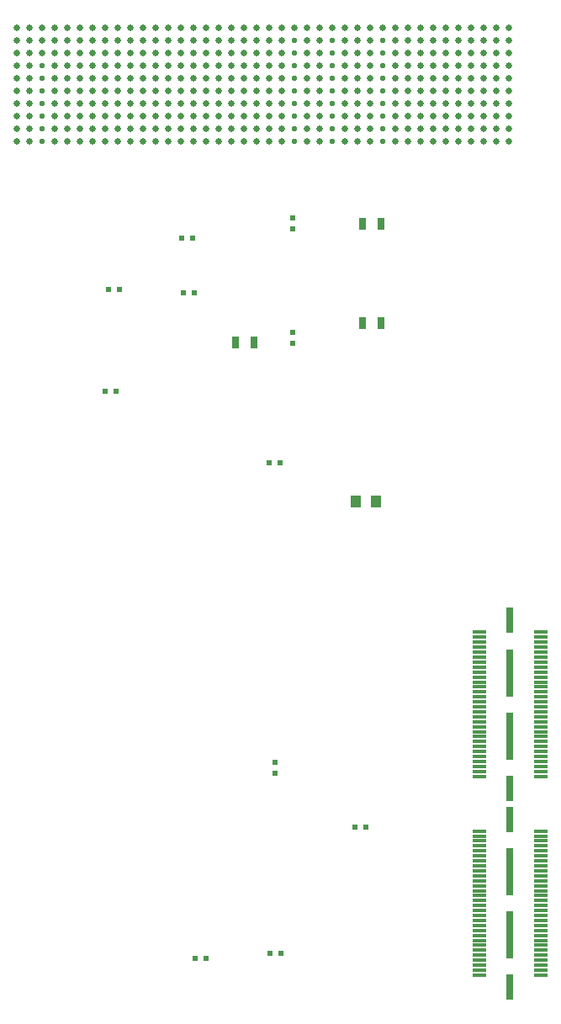
<source format=gbp>
%TF.GenerationSoftware,KiCad,Pcbnew,4.0.6*%
%TF.CreationDate,2017-07-29T17:48:31+03:00*%
%TF.ProjectId,FMC_MIPI_v1,464D435F4D4950495F76312E6B696361,rev?*%
%TF.FileFunction,Paste,Bot*%
%FSLAX46Y46*%
G04 Gerber Fmt 4.6, Leading zero omitted, Abs format (unit mm)*
G04 Created by KiCad (PCBNEW 4.0.6) date 07/29/17 17:48:31*
%MOMM*%
%LPD*%
G01*
G04 APERTURE LIST*
%ADD10C,0.100000*%
%ADD11R,1.447800X0.299720*%
%ADD12R,0.637540X2.540000*%
%ADD13R,0.637540X4.699000*%
%ADD14R,0.700000X1.300000*%
%ADD15R,0.500000X0.600000*%
%ADD16R,0.600000X0.500000*%
%ADD17R,1.000000X1.250000*%
%ADD18C,0.635000*%
%ADD19C,0.558800*%
G04 APERTURE END LIST*
D10*
D11*
X146825000Y-95126720D03*
X153002280Y-95126720D03*
X146825000Y-95627100D03*
X153002280Y-95627100D03*
X146825000Y-96127480D03*
X153002280Y-96127480D03*
X146825000Y-96627860D03*
X153002280Y-96627860D03*
X146825000Y-97128240D03*
X153002280Y-97128240D03*
X146825000Y-97626080D03*
X153002280Y-97626080D03*
X146825000Y-98126460D03*
X153002280Y-98126460D03*
X146825000Y-98626840D03*
X153002280Y-98626840D03*
X146825000Y-99127220D03*
X153002280Y-99127220D03*
X146825000Y-99627600D03*
X153002280Y-99627600D03*
X146825000Y-100127980D03*
X153002280Y-100127980D03*
X146825000Y-100628360D03*
X153002280Y-100628360D03*
X146825000Y-101126200D03*
X153002280Y-101126200D03*
X146825000Y-101626580D03*
X153002280Y-101626580D03*
X146825000Y-102126960D03*
X153002280Y-102126960D03*
X146825000Y-102627340D03*
X153002280Y-102627340D03*
X146825000Y-103127720D03*
X153002280Y-103127720D03*
X146825000Y-103628100D03*
X153002280Y-103628100D03*
X146825000Y-104125940D03*
X153002280Y-104125940D03*
X146825000Y-104626320D03*
X153002280Y-104626320D03*
X146825000Y-105126700D03*
X153002280Y-105126700D03*
X146825000Y-105627080D03*
X153002280Y-105627080D03*
X146825000Y-106127460D03*
X153002280Y-106127460D03*
X146825000Y-106627840D03*
X153002280Y-106627840D03*
X146825000Y-107128220D03*
X153002280Y-107128220D03*
X146825000Y-107626060D03*
X153002280Y-107626060D03*
X146825000Y-108126440D03*
X153002280Y-108126440D03*
X146825000Y-108626820D03*
X153002280Y-108626820D03*
X146825000Y-109127200D03*
X153002280Y-109127200D03*
X146825000Y-109627580D03*
X153002280Y-109627580D03*
X146825000Y-115124140D03*
X153002280Y-115124140D03*
X146825000Y-115624520D03*
X153002280Y-115624520D03*
X146825000Y-116124900D03*
X153002280Y-116124900D03*
X146825000Y-116625280D03*
X153002280Y-116625280D03*
X146825000Y-117125660D03*
X153002280Y-117125660D03*
X146825000Y-117623500D03*
X153002280Y-117623500D03*
X146825000Y-118123880D03*
X153002280Y-118123880D03*
X146825000Y-118624260D03*
X153002280Y-118624260D03*
X146825000Y-119124640D03*
X153002280Y-119124640D03*
X146825000Y-119625020D03*
X153002280Y-119625020D03*
X146825000Y-120125400D03*
X153002280Y-120125400D03*
X146825000Y-120625780D03*
X153002280Y-120625780D03*
X146825000Y-121123620D03*
X153002280Y-121123620D03*
X146825000Y-121624000D03*
X153002280Y-121624000D03*
X146825000Y-122124380D03*
X153002280Y-122124380D03*
X146825000Y-122624760D03*
X153002280Y-122624760D03*
X146825000Y-123125140D03*
X153002280Y-123125140D03*
X146825000Y-123625520D03*
X153002280Y-123625520D03*
X146825000Y-124123360D03*
X153002280Y-124123360D03*
X146825000Y-124623740D03*
X153002280Y-124623740D03*
X146825000Y-125124120D03*
X153002280Y-125124120D03*
X146825000Y-125624500D03*
X153002280Y-125624500D03*
X146825000Y-126124880D03*
X153002280Y-126124880D03*
X146825000Y-126625260D03*
X153002280Y-126625260D03*
X146825000Y-127125640D03*
X153002280Y-127125640D03*
X146825000Y-127623480D03*
X153002280Y-127623480D03*
X146825000Y-128123860D03*
X153002280Y-128123860D03*
X146825000Y-128624240D03*
X153002280Y-128624240D03*
X146825000Y-129124620D03*
X153002280Y-129124620D03*
X146825000Y-129625000D03*
X153002280Y-129625000D03*
D12*
X149913640Y-93932920D03*
D13*
X149913640Y-99200880D03*
X149913640Y-105550880D03*
D12*
X149913640Y-110821380D03*
X149913640Y-113930340D03*
D13*
X149913640Y-119200840D03*
X149913640Y-125550840D03*
D12*
X149913640Y-130818800D03*
D14*
X122255200Y-65938400D03*
X124155200Y-65938400D03*
X136950000Y-54000000D03*
X135050000Y-54000000D03*
X135050000Y-64000000D03*
X136950000Y-64000000D03*
D15*
X128000000Y-64950000D03*
X128000000Y-66050000D03*
X128000000Y-54550000D03*
X128000000Y-53450000D03*
D16*
X110557400Y-60604400D03*
X109457400Y-60604400D03*
D17*
X134407400Y-81940400D03*
X136407400Y-81940400D03*
D16*
X126746000Y-78105000D03*
X125646000Y-78105000D03*
D15*
X126238000Y-109287400D03*
X126238000Y-108187400D03*
D16*
X134324000Y-114706400D03*
X135424000Y-114706400D03*
D18*
X100235000Y-34285000D03*
X101505000Y-34285000D03*
X102775000Y-34285000D03*
X104045000Y-34285000D03*
X105315000Y-34285000D03*
X106585000Y-34285000D03*
X107855000Y-34285000D03*
X109125000Y-34285000D03*
X110395000Y-34285000D03*
X111665000Y-34285000D03*
X112935000Y-34285000D03*
X114205000Y-34285000D03*
X115475000Y-34285000D03*
X116745000Y-34285000D03*
X118015000Y-34285000D03*
X119285000Y-34285000D03*
X120555000Y-34285000D03*
X121825000Y-34285000D03*
X123095000Y-34285000D03*
X124365000Y-34285000D03*
X125635000Y-34285000D03*
X126905000Y-34285000D03*
X128175000Y-34285000D03*
X129445000Y-34285000D03*
X130715000Y-34285000D03*
X131985000Y-34285000D03*
X133255000Y-34285000D03*
X134525000Y-34285000D03*
X135795000Y-34285000D03*
X137065000Y-34285000D03*
X138335000Y-34285000D03*
X139605000Y-34285000D03*
X140875000Y-34285000D03*
X142145000Y-34285000D03*
X143415000Y-34285000D03*
X144685000Y-34285000D03*
X145955000Y-34285000D03*
X147225000Y-34285000D03*
X148495000Y-34285000D03*
X149765000Y-34285000D03*
X100235000Y-35555000D03*
X101505000Y-35555000D03*
X102775000Y-35555000D03*
X104045000Y-35555000D03*
X105315000Y-35555000D03*
X106585000Y-35555000D03*
X107855000Y-35555000D03*
X109125000Y-35555000D03*
X110395000Y-35555000D03*
X111665000Y-35555000D03*
X112935000Y-35555000D03*
X114205000Y-35555000D03*
X115475000Y-35555000D03*
X116745000Y-35555000D03*
X118015000Y-35555000D03*
X119285000Y-35555000D03*
X120555000Y-35555000D03*
X121825000Y-35555000D03*
X123095000Y-35555000D03*
X124365000Y-35555000D03*
X125635000Y-35555000D03*
X126905000Y-35555000D03*
D19*
X128175000Y-35555000D03*
D18*
X129445000Y-35555000D03*
X130715000Y-35555000D03*
D19*
X131985000Y-35555000D03*
D18*
X133255000Y-35555000D03*
X134525000Y-35555000D03*
X135795000Y-35555000D03*
D19*
X137065000Y-35555000D03*
D18*
X138335000Y-35555000D03*
X139605000Y-35555000D03*
X140875000Y-35555000D03*
X142145000Y-35555000D03*
X143415000Y-35555000D03*
X144685000Y-35555000D03*
X145955000Y-35555000D03*
X147225000Y-35555000D03*
X148495000Y-35555000D03*
X149765000Y-35555000D03*
X100235000Y-36825000D03*
X101505000Y-36825000D03*
X102775000Y-36825000D03*
X104045000Y-36825000D03*
X105315000Y-36825000D03*
X106585000Y-36825000D03*
X107855000Y-36825000D03*
X109125000Y-36825000D03*
X110395000Y-36825000D03*
X111665000Y-36825000D03*
X112935000Y-36825000D03*
X114205000Y-36825000D03*
X115475000Y-36825000D03*
X116745000Y-36825000D03*
X118015000Y-36825000D03*
X119285000Y-36825000D03*
X120555000Y-36825000D03*
X121825000Y-36825000D03*
X123095000Y-36825000D03*
X124365000Y-36825000D03*
X125635000Y-36825000D03*
X126905000Y-36825000D03*
D19*
X128175000Y-36825000D03*
D18*
X129445000Y-36825000D03*
X130715000Y-36825000D03*
D19*
X131985000Y-36825000D03*
D18*
X133255000Y-36825000D03*
X134525000Y-36825000D03*
X135795000Y-36825000D03*
D19*
X137065000Y-36825000D03*
D18*
X138335000Y-36825000D03*
X139605000Y-36825000D03*
X140875000Y-36825000D03*
X142145000Y-36825000D03*
X143415000Y-36825000D03*
X144685000Y-36825000D03*
X145955000Y-36825000D03*
X147225000Y-36825000D03*
X148495000Y-36825000D03*
X149765000Y-36825000D03*
X100235000Y-38095000D03*
X101505000Y-38095000D03*
D19*
X102775000Y-38095000D03*
D18*
X104045000Y-38095000D03*
X105315000Y-38095000D03*
X106585000Y-38095000D03*
X107855000Y-38095000D03*
X109125000Y-38095000D03*
X110395000Y-38095000D03*
X111665000Y-38095000D03*
X112935000Y-38095000D03*
X114205000Y-38095000D03*
X115475000Y-38095000D03*
X116745000Y-38095000D03*
X118015000Y-38095000D03*
X119285000Y-38095000D03*
X120555000Y-38095000D03*
X121825000Y-38095000D03*
X123095000Y-38095000D03*
X124365000Y-38095000D03*
X125635000Y-38095000D03*
X126905000Y-38095000D03*
D19*
X128175000Y-38095000D03*
D18*
X129445000Y-38095000D03*
X130715000Y-38095000D03*
D19*
X131985000Y-38095000D03*
D18*
X133255000Y-38095000D03*
X134525000Y-38095000D03*
X135795000Y-38095000D03*
D19*
X137065000Y-38095000D03*
D18*
X138335000Y-38095000D03*
X139605000Y-38095000D03*
X140875000Y-38095000D03*
X142145000Y-38095000D03*
X143415000Y-38095000D03*
X144685000Y-38095000D03*
X145955000Y-38095000D03*
X147225000Y-38095000D03*
X148495000Y-38095000D03*
X149765000Y-38095000D03*
X100235000Y-39365000D03*
X101505000Y-39365000D03*
D19*
X102775000Y-39365000D03*
D18*
X104045000Y-39365000D03*
X105315000Y-39365000D03*
X106585000Y-39365000D03*
X107855000Y-39365000D03*
X109125000Y-39365000D03*
X110395000Y-39365000D03*
X111665000Y-39365000D03*
X112935000Y-39365000D03*
X114205000Y-39365000D03*
X115475000Y-39365000D03*
X116745000Y-39365000D03*
X118015000Y-39365000D03*
X119285000Y-39365000D03*
X120555000Y-39365000D03*
X121825000Y-39365000D03*
X123095000Y-39365000D03*
X124365000Y-39365000D03*
X125635000Y-39365000D03*
X126905000Y-39365000D03*
D19*
X128175000Y-39365000D03*
D18*
X129445000Y-39365000D03*
X130715000Y-39365000D03*
D19*
X131985000Y-39365000D03*
D18*
X133255000Y-39365000D03*
X134525000Y-39365000D03*
X135795000Y-39365000D03*
D19*
X137065000Y-39365000D03*
D18*
X138335000Y-39365000D03*
X139605000Y-39365000D03*
X140875000Y-39365000D03*
X142145000Y-39365000D03*
X143415000Y-39365000D03*
X144685000Y-39365000D03*
X145955000Y-39365000D03*
X147225000Y-39365000D03*
X148495000Y-39365000D03*
X149765000Y-39365000D03*
X100235000Y-40635000D03*
X101505000Y-40635000D03*
D19*
X102775000Y-40635000D03*
D18*
X104045000Y-40635000D03*
X105315000Y-40635000D03*
X106585000Y-40635000D03*
X107855000Y-40635000D03*
X109125000Y-40635000D03*
X110395000Y-40635000D03*
X111665000Y-40635000D03*
X112935000Y-40635000D03*
X114205000Y-40635000D03*
X115475000Y-40635000D03*
X116745000Y-40635000D03*
X118015000Y-40635000D03*
X119285000Y-40635000D03*
X120555000Y-40635000D03*
X121825000Y-40635000D03*
X123095000Y-40635000D03*
X124365000Y-40635000D03*
X125635000Y-40635000D03*
X126905000Y-40635000D03*
D19*
X128175000Y-40635000D03*
D18*
X129445000Y-40635000D03*
X130715000Y-40635000D03*
D19*
X131985000Y-40635000D03*
D18*
X133255000Y-40635000D03*
X134525000Y-40635000D03*
X135795000Y-40635000D03*
D19*
X137065000Y-40635000D03*
D18*
X138335000Y-40635000D03*
X139605000Y-40635000D03*
X140875000Y-40635000D03*
X142145000Y-40635000D03*
X143415000Y-40635000D03*
X144685000Y-40635000D03*
X145955000Y-40635000D03*
X147225000Y-40635000D03*
X148495000Y-40635000D03*
X149765000Y-40635000D03*
X100235000Y-41905000D03*
X101505000Y-41905000D03*
D19*
X102775000Y-41905000D03*
D18*
X104045000Y-41905000D03*
X105315000Y-41905000D03*
X106585000Y-41905000D03*
X107855000Y-41905000D03*
X109125000Y-41905000D03*
X110395000Y-41905000D03*
X111665000Y-41905000D03*
X112935000Y-41905000D03*
X114205000Y-41905000D03*
X115475000Y-41905000D03*
X116745000Y-41905000D03*
X118015000Y-41905000D03*
X119285000Y-41905000D03*
X120555000Y-41905000D03*
X121825000Y-41905000D03*
X123095000Y-41905000D03*
X124365000Y-41905000D03*
X125635000Y-41905000D03*
X126905000Y-41905000D03*
D19*
X128175000Y-41905000D03*
D18*
X129445000Y-41905000D03*
X130715000Y-41905000D03*
D19*
X131985000Y-41905000D03*
D18*
X133255000Y-41905000D03*
X134525000Y-41905000D03*
X135795000Y-41905000D03*
D19*
X137065000Y-41905000D03*
D18*
X138335000Y-41905000D03*
X139605000Y-41905000D03*
X140875000Y-41905000D03*
X142145000Y-41905000D03*
X143415000Y-41905000D03*
X144685000Y-41905000D03*
X145955000Y-41905000D03*
X147225000Y-41905000D03*
X148495000Y-41905000D03*
X149765000Y-41905000D03*
X100235000Y-43175000D03*
X101505000Y-43175000D03*
D19*
X102775000Y-43175000D03*
D18*
X104045000Y-43175000D03*
X105315000Y-43175000D03*
X106585000Y-43175000D03*
X107855000Y-43175000D03*
X109125000Y-43175000D03*
X110395000Y-43175000D03*
X111665000Y-43175000D03*
X112935000Y-43175000D03*
X114205000Y-43175000D03*
X115475000Y-43175000D03*
X116745000Y-43175000D03*
X118015000Y-43175000D03*
X119285000Y-43175000D03*
X120555000Y-43175000D03*
X121825000Y-43175000D03*
X123095000Y-43175000D03*
X124365000Y-43175000D03*
X125635000Y-43175000D03*
X126905000Y-43175000D03*
D19*
X128175000Y-43175000D03*
D18*
X129445000Y-43175000D03*
X130715000Y-43175000D03*
D19*
X131985000Y-43175000D03*
D18*
X133255000Y-43175000D03*
X134525000Y-43175000D03*
X135795000Y-43175000D03*
D19*
X137065000Y-43175000D03*
D18*
X138335000Y-43175000D03*
X139605000Y-43175000D03*
X140875000Y-43175000D03*
X142145000Y-43175000D03*
X143415000Y-43175000D03*
X144685000Y-43175000D03*
X145955000Y-43175000D03*
X147225000Y-43175000D03*
X148495000Y-43175000D03*
X149765000Y-43175000D03*
X100235000Y-44445000D03*
X101505000Y-44445000D03*
D19*
X102775000Y-44445000D03*
D18*
X104045000Y-44445000D03*
X105315000Y-44445000D03*
X106585000Y-44445000D03*
X107855000Y-44445000D03*
X109125000Y-44445000D03*
X110395000Y-44445000D03*
X111665000Y-44445000D03*
X112935000Y-44445000D03*
X114205000Y-44445000D03*
X115475000Y-44445000D03*
X116745000Y-44445000D03*
X118015000Y-44445000D03*
X119285000Y-44445000D03*
X120555000Y-44445000D03*
X121825000Y-44445000D03*
X123095000Y-44445000D03*
X124365000Y-44445000D03*
X125635000Y-44445000D03*
X126905000Y-44445000D03*
D19*
X128175000Y-44445000D03*
D18*
X129445000Y-44445000D03*
X130715000Y-44445000D03*
D19*
X131985000Y-44445000D03*
D18*
X133255000Y-44445000D03*
X134525000Y-44445000D03*
X135795000Y-44445000D03*
D19*
X137065000Y-44445000D03*
D18*
X138335000Y-44445000D03*
X139605000Y-44445000D03*
X140875000Y-44445000D03*
X142145000Y-44445000D03*
X143415000Y-44445000D03*
X144685000Y-44445000D03*
X145955000Y-44445000D03*
X147225000Y-44445000D03*
X148495000Y-44445000D03*
X149765000Y-44445000D03*
X100235000Y-45715000D03*
X101505000Y-45715000D03*
D19*
X102775000Y-45715000D03*
D18*
X104045000Y-45715000D03*
X105315000Y-45715000D03*
X106585000Y-45715000D03*
X107855000Y-45715000D03*
X109125000Y-45715000D03*
X110395000Y-45715000D03*
X111665000Y-45715000D03*
X112935000Y-45715000D03*
X114205000Y-45715000D03*
X115475000Y-45715000D03*
X116745000Y-45715000D03*
X118015000Y-45715000D03*
X119285000Y-45715000D03*
X120555000Y-45715000D03*
X121825000Y-45715000D03*
X123095000Y-45715000D03*
X124365000Y-45715000D03*
X125635000Y-45715000D03*
X126905000Y-45715000D03*
D19*
X128175000Y-45715000D03*
D18*
X129445000Y-45715000D03*
X130715000Y-45715000D03*
D19*
X131985000Y-45715000D03*
D18*
X133255000Y-45715000D03*
X134525000Y-45715000D03*
X135795000Y-45715000D03*
D19*
X137065000Y-45715000D03*
D18*
X138335000Y-45715000D03*
X139605000Y-45715000D03*
X140875000Y-45715000D03*
X142145000Y-45715000D03*
X143415000Y-45715000D03*
X144685000Y-45715000D03*
X145955000Y-45715000D03*
X147225000Y-45715000D03*
X148495000Y-45715000D03*
X149765000Y-45715000D03*
D16*
X118178400Y-127965200D03*
X119278400Y-127965200D03*
X126838800Y-127406400D03*
X125738800Y-127406400D03*
X110243800Y-70866000D03*
X109143800Y-70866000D03*
X117999600Y-55422800D03*
X116899600Y-55422800D03*
X117052000Y-60985400D03*
X118152000Y-60985400D03*
M02*

</source>
